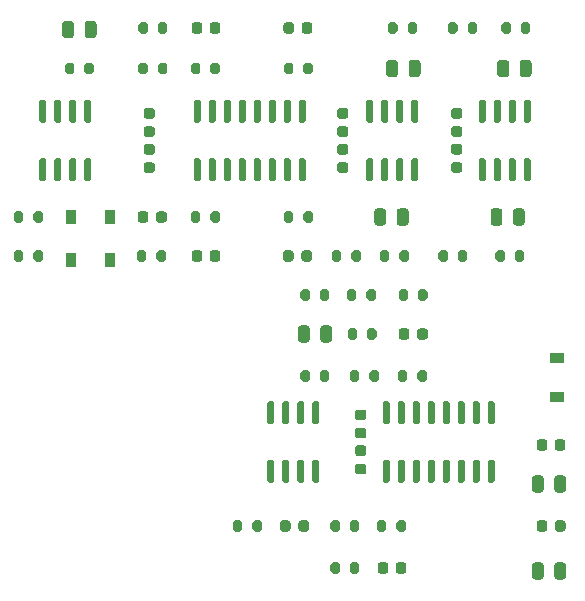
<source format=gtp>
G04 #@! TF.GenerationSoftware,KiCad,Pcbnew,5.1.10-88a1d61d58~90~ubuntu20.04.1*
G04 #@! TF.CreationDate,2021-09-06T13:30:35-04:00*
G04 #@! TF.ProjectId,four_pole_lpf,666f7572-5f70-46f6-9c65-5f6c70662e6b,0.1*
G04 #@! TF.SameCoordinates,Original*
G04 #@! TF.FileFunction,Paste,Top*
G04 #@! TF.FilePolarity,Positive*
%FSLAX46Y46*%
G04 Gerber Fmt 4.6, Leading zero omitted, Abs format (unit mm)*
G04 Created by KiCad (PCBNEW 5.1.10-88a1d61d58~90~ubuntu20.04.1) date 2021-09-06 13:30:35*
%MOMM*%
%LPD*%
G01*
G04 APERTURE LIST*
%ADD10R,1.200000X0.900000*%
%ADD11R,0.900000X1.200000*%
G04 APERTURE END LIST*
G36*
G01*
X122659000Y-105132000D02*
X122959000Y-105132000D01*
G75*
G02*
X123109000Y-105282000I0J-150000D01*
G01*
X123109000Y-106932000D01*
G75*
G02*
X122959000Y-107082000I-150000J0D01*
G01*
X122659000Y-107082000D01*
G75*
G02*
X122509000Y-106932000I0J150000D01*
G01*
X122509000Y-105282000D01*
G75*
G02*
X122659000Y-105132000I150000J0D01*
G01*
G37*
G36*
G01*
X121389000Y-105132000D02*
X121689000Y-105132000D01*
G75*
G02*
X121839000Y-105282000I0J-150000D01*
G01*
X121839000Y-106932000D01*
G75*
G02*
X121689000Y-107082000I-150000J0D01*
G01*
X121389000Y-107082000D01*
G75*
G02*
X121239000Y-106932000I0J150000D01*
G01*
X121239000Y-105282000D01*
G75*
G02*
X121389000Y-105132000I150000J0D01*
G01*
G37*
G36*
G01*
X120119000Y-105132000D02*
X120419000Y-105132000D01*
G75*
G02*
X120569000Y-105282000I0J-150000D01*
G01*
X120569000Y-106932000D01*
G75*
G02*
X120419000Y-107082000I-150000J0D01*
G01*
X120119000Y-107082000D01*
G75*
G02*
X119969000Y-106932000I0J150000D01*
G01*
X119969000Y-105282000D01*
G75*
G02*
X120119000Y-105132000I150000J0D01*
G01*
G37*
G36*
G01*
X118849000Y-105132000D02*
X119149000Y-105132000D01*
G75*
G02*
X119299000Y-105282000I0J-150000D01*
G01*
X119299000Y-106932000D01*
G75*
G02*
X119149000Y-107082000I-150000J0D01*
G01*
X118849000Y-107082000D01*
G75*
G02*
X118699000Y-106932000I0J150000D01*
G01*
X118699000Y-105282000D01*
G75*
G02*
X118849000Y-105132000I150000J0D01*
G01*
G37*
G36*
G01*
X118849000Y-100182000D02*
X119149000Y-100182000D01*
G75*
G02*
X119299000Y-100332000I0J-150000D01*
G01*
X119299000Y-101982000D01*
G75*
G02*
X119149000Y-102132000I-150000J0D01*
G01*
X118849000Y-102132000D01*
G75*
G02*
X118699000Y-101982000I0J150000D01*
G01*
X118699000Y-100332000D01*
G75*
G02*
X118849000Y-100182000I150000J0D01*
G01*
G37*
G36*
G01*
X120119000Y-100182000D02*
X120419000Y-100182000D01*
G75*
G02*
X120569000Y-100332000I0J-150000D01*
G01*
X120569000Y-101982000D01*
G75*
G02*
X120419000Y-102132000I-150000J0D01*
G01*
X120119000Y-102132000D01*
G75*
G02*
X119969000Y-101982000I0J150000D01*
G01*
X119969000Y-100332000D01*
G75*
G02*
X120119000Y-100182000I150000J0D01*
G01*
G37*
G36*
G01*
X121389000Y-100182000D02*
X121689000Y-100182000D01*
G75*
G02*
X121839000Y-100332000I0J-150000D01*
G01*
X121839000Y-101982000D01*
G75*
G02*
X121689000Y-102132000I-150000J0D01*
G01*
X121389000Y-102132000D01*
G75*
G02*
X121239000Y-101982000I0J150000D01*
G01*
X121239000Y-100332000D01*
G75*
G02*
X121389000Y-100182000I150000J0D01*
G01*
G37*
G36*
G01*
X122659000Y-100182000D02*
X122959000Y-100182000D01*
G75*
G02*
X123109000Y-100332000I0J-150000D01*
G01*
X123109000Y-101982000D01*
G75*
G02*
X122959000Y-102132000I-150000J0D01*
G01*
X122659000Y-102132000D01*
G75*
G02*
X122509000Y-101982000I0J150000D01*
G01*
X122509000Y-100332000D01*
G75*
G02*
X122659000Y-100182000I150000J0D01*
G01*
G37*
G36*
G01*
X137518000Y-105132000D02*
X137818000Y-105132000D01*
G75*
G02*
X137968000Y-105282000I0J-150000D01*
G01*
X137968000Y-106932000D01*
G75*
G02*
X137818000Y-107082000I-150000J0D01*
G01*
X137518000Y-107082000D01*
G75*
G02*
X137368000Y-106932000I0J150000D01*
G01*
X137368000Y-105282000D01*
G75*
G02*
X137518000Y-105132000I150000J0D01*
G01*
G37*
G36*
G01*
X136248000Y-105132000D02*
X136548000Y-105132000D01*
G75*
G02*
X136698000Y-105282000I0J-150000D01*
G01*
X136698000Y-106932000D01*
G75*
G02*
X136548000Y-107082000I-150000J0D01*
G01*
X136248000Y-107082000D01*
G75*
G02*
X136098000Y-106932000I0J150000D01*
G01*
X136098000Y-105282000D01*
G75*
G02*
X136248000Y-105132000I150000J0D01*
G01*
G37*
G36*
G01*
X134978000Y-105132000D02*
X135278000Y-105132000D01*
G75*
G02*
X135428000Y-105282000I0J-150000D01*
G01*
X135428000Y-106932000D01*
G75*
G02*
X135278000Y-107082000I-150000J0D01*
G01*
X134978000Y-107082000D01*
G75*
G02*
X134828000Y-106932000I0J150000D01*
G01*
X134828000Y-105282000D01*
G75*
G02*
X134978000Y-105132000I150000J0D01*
G01*
G37*
G36*
G01*
X133708000Y-105132000D02*
X134008000Y-105132000D01*
G75*
G02*
X134158000Y-105282000I0J-150000D01*
G01*
X134158000Y-106932000D01*
G75*
G02*
X134008000Y-107082000I-150000J0D01*
G01*
X133708000Y-107082000D01*
G75*
G02*
X133558000Y-106932000I0J150000D01*
G01*
X133558000Y-105282000D01*
G75*
G02*
X133708000Y-105132000I150000J0D01*
G01*
G37*
G36*
G01*
X132438000Y-105132000D02*
X132738000Y-105132000D01*
G75*
G02*
X132888000Y-105282000I0J-150000D01*
G01*
X132888000Y-106932000D01*
G75*
G02*
X132738000Y-107082000I-150000J0D01*
G01*
X132438000Y-107082000D01*
G75*
G02*
X132288000Y-106932000I0J150000D01*
G01*
X132288000Y-105282000D01*
G75*
G02*
X132438000Y-105132000I150000J0D01*
G01*
G37*
G36*
G01*
X131168000Y-105132000D02*
X131468000Y-105132000D01*
G75*
G02*
X131618000Y-105282000I0J-150000D01*
G01*
X131618000Y-106932000D01*
G75*
G02*
X131468000Y-107082000I-150000J0D01*
G01*
X131168000Y-107082000D01*
G75*
G02*
X131018000Y-106932000I0J150000D01*
G01*
X131018000Y-105282000D01*
G75*
G02*
X131168000Y-105132000I150000J0D01*
G01*
G37*
G36*
G01*
X129898000Y-105132000D02*
X130198000Y-105132000D01*
G75*
G02*
X130348000Y-105282000I0J-150000D01*
G01*
X130348000Y-106932000D01*
G75*
G02*
X130198000Y-107082000I-150000J0D01*
G01*
X129898000Y-107082000D01*
G75*
G02*
X129748000Y-106932000I0J150000D01*
G01*
X129748000Y-105282000D01*
G75*
G02*
X129898000Y-105132000I150000J0D01*
G01*
G37*
G36*
G01*
X128628000Y-105132000D02*
X128928000Y-105132000D01*
G75*
G02*
X129078000Y-105282000I0J-150000D01*
G01*
X129078000Y-106932000D01*
G75*
G02*
X128928000Y-107082000I-150000J0D01*
G01*
X128628000Y-107082000D01*
G75*
G02*
X128478000Y-106932000I0J150000D01*
G01*
X128478000Y-105282000D01*
G75*
G02*
X128628000Y-105132000I150000J0D01*
G01*
G37*
G36*
G01*
X128628000Y-100182000D02*
X128928000Y-100182000D01*
G75*
G02*
X129078000Y-100332000I0J-150000D01*
G01*
X129078000Y-101982000D01*
G75*
G02*
X128928000Y-102132000I-150000J0D01*
G01*
X128628000Y-102132000D01*
G75*
G02*
X128478000Y-101982000I0J150000D01*
G01*
X128478000Y-100332000D01*
G75*
G02*
X128628000Y-100182000I150000J0D01*
G01*
G37*
G36*
G01*
X129898000Y-100182000D02*
X130198000Y-100182000D01*
G75*
G02*
X130348000Y-100332000I0J-150000D01*
G01*
X130348000Y-101982000D01*
G75*
G02*
X130198000Y-102132000I-150000J0D01*
G01*
X129898000Y-102132000D01*
G75*
G02*
X129748000Y-101982000I0J150000D01*
G01*
X129748000Y-100332000D01*
G75*
G02*
X129898000Y-100182000I150000J0D01*
G01*
G37*
G36*
G01*
X131168000Y-100182000D02*
X131468000Y-100182000D01*
G75*
G02*
X131618000Y-100332000I0J-150000D01*
G01*
X131618000Y-101982000D01*
G75*
G02*
X131468000Y-102132000I-150000J0D01*
G01*
X131168000Y-102132000D01*
G75*
G02*
X131018000Y-101982000I0J150000D01*
G01*
X131018000Y-100332000D01*
G75*
G02*
X131168000Y-100182000I150000J0D01*
G01*
G37*
G36*
G01*
X132438000Y-100182000D02*
X132738000Y-100182000D01*
G75*
G02*
X132888000Y-100332000I0J-150000D01*
G01*
X132888000Y-101982000D01*
G75*
G02*
X132738000Y-102132000I-150000J0D01*
G01*
X132438000Y-102132000D01*
G75*
G02*
X132288000Y-101982000I0J150000D01*
G01*
X132288000Y-100332000D01*
G75*
G02*
X132438000Y-100182000I150000J0D01*
G01*
G37*
G36*
G01*
X133708000Y-100182000D02*
X134008000Y-100182000D01*
G75*
G02*
X134158000Y-100332000I0J-150000D01*
G01*
X134158000Y-101982000D01*
G75*
G02*
X134008000Y-102132000I-150000J0D01*
G01*
X133708000Y-102132000D01*
G75*
G02*
X133558000Y-101982000I0J150000D01*
G01*
X133558000Y-100332000D01*
G75*
G02*
X133708000Y-100182000I150000J0D01*
G01*
G37*
G36*
G01*
X134978000Y-100182000D02*
X135278000Y-100182000D01*
G75*
G02*
X135428000Y-100332000I0J-150000D01*
G01*
X135428000Y-101982000D01*
G75*
G02*
X135278000Y-102132000I-150000J0D01*
G01*
X134978000Y-102132000D01*
G75*
G02*
X134828000Y-101982000I0J150000D01*
G01*
X134828000Y-100332000D01*
G75*
G02*
X134978000Y-100182000I150000J0D01*
G01*
G37*
G36*
G01*
X136248000Y-100182000D02*
X136548000Y-100182000D01*
G75*
G02*
X136698000Y-100332000I0J-150000D01*
G01*
X136698000Y-101982000D01*
G75*
G02*
X136548000Y-102132000I-150000J0D01*
G01*
X136248000Y-102132000D01*
G75*
G02*
X136098000Y-101982000I0J150000D01*
G01*
X136098000Y-100332000D01*
G75*
G02*
X136248000Y-100182000I150000J0D01*
G01*
G37*
G36*
G01*
X137518000Y-100182000D02*
X137818000Y-100182000D01*
G75*
G02*
X137968000Y-100332000I0J-150000D01*
G01*
X137968000Y-101982000D01*
G75*
G02*
X137818000Y-102132000I-150000J0D01*
G01*
X137518000Y-102132000D01*
G75*
G02*
X137368000Y-101982000I0J150000D01*
G01*
X137368000Y-100332000D01*
G75*
G02*
X137518000Y-100182000I150000J0D01*
G01*
G37*
G36*
G01*
X103355000Y-79605000D02*
X103655000Y-79605000D01*
G75*
G02*
X103805000Y-79755000I0J-150000D01*
G01*
X103805000Y-81405000D01*
G75*
G02*
X103655000Y-81555000I-150000J0D01*
G01*
X103355000Y-81555000D01*
G75*
G02*
X103205000Y-81405000I0J150000D01*
G01*
X103205000Y-79755000D01*
G75*
G02*
X103355000Y-79605000I150000J0D01*
G01*
G37*
G36*
G01*
X102085000Y-79605000D02*
X102385000Y-79605000D01*
G75*
G02*
X102535000Y-79755000I0J-150000D01*
G01*
X102535000Y-81405000D01*
G75*
G02*
X102385000Y-81555000I-150000J0D01*
G01*
X102085000Y-81555000D01*
G75*
G02*
X101935000Y-81405000I0J150000D01*
G01*
X101935000Y-79755000D01*
G75*
G02*
X102085000Y-79605000I150000J0D01*
G01*
G37*
G36*
G01*
X100815000Y-79605000D02*
X101115000Y-79605000D01*
G75*
G02*
X101265000Y-79755000I0J-150000D01*
G01*
X101265000Y-81405000D01*
G75*
G02*
X101115000Y-81555000I-150000J0D01*
G01*
X100815000Y-81555000D01*
G75*
G02*
X100665000Y-81405000I0J150000D01*
G01*
X100665000Y-79755000D01*
G75*
G02*
X100815000Y-79605000I150000J0D01*
G01*
G37*
G36*
G01*
X99545000Y-79605000D02*
X99845000Y-79605000D01*
G75*
G02*
X99995000Y-79755000I0J-150000D01*
G01*
X99995000Y-81405000D01*
G75*
G02*
X99845000Y-81555000I-150000J0D01*
G01*
X99545000Y-81555000D01*
G75*
G02*
X99395000Y-81405000I0J150000D01*
G01*
X99395000Y-79755000D01*
G75*
G02*
X99545000Y-79605000I150000J0D01*
G01*
G37*
G36*
G01*
X99545000Y-74655000D02*
X99845000Y-74655000D01*
G75*
G02*
X99995000Y-74805000I0J-150000D01*
G01*
X99995000Y-76455000D01*
G75*
G02*
X99845000Y-76605000I-150000J0D01*
G01*
X99545000Y-76605000D01*
G75*
G02*
X99395000Y-76455000I0J150000D01*
G01*
X99395000Y-74805000D01*
G75*
G02*
X99545000Y-74655000I150000J0D01*
G01*
G37*
G36*
G01*
X100815000Y-74655000D02*
X101115000Y-74655000D01*
G75*
G02*
X101265000Y-74805000I0J-150000D01*
G01*
X101265000Y-76455000D01*
G75*
G02*
X101115000Y-76605000I-150000J0D01*
G01*
X100815000Y-76605000D01*
G75*
G02*
X100665000Y-76455000I0J150000D01*
G01*
X100665000Y-74805000D01*
G75*
G02*
X100815000Y-74655000I150000J0D01*
G01*
G37*
G36*
G01*
X102085000Y-74655000D02*
X102385000Y-74655000D01*
G75*
G02*
X102535000Y-74805000I0J-150000D01*
G01*
X102535000Y-76455000D01*
G75*
G02*
X102385000Y-76605000I-150000J0D01*
G01*
X102085000Y-76605000D01*
G75*
G02*
X101935000Y-76455000I0J150000D01*
G01*
X101935000Y-74805000D01*
G75*
G02*
X102085000Y-74655000I150000J0D01*
G01*
G37*
G36*
G01*
X103355000Y-74655000D02*
X103655000Y-74655000D01*
G75*
G02*
X103805000Y-74805000I0J-150000D01*
G01*
X103805000Y-76455000D01*
G75*
G02*
X103655000Y-76605000I-150000J0D01*
G01*
X103355000Y-76605000D01*
G75*
G02*
X103205000Y-76455000I0J150000D01*
G01*
X103205000Y-74805000D01*
G75*
G02*
X103355000Y-74655000I150000J0D01*
G01*
G37*
G36*
G01*
X127108000Y-91461000D02*
X127108000Y-90911000D01*
G75*
G02*
X127308000Y-90711000I200000J0D01*
G01*
X127708000Y-90711000D01*
G75*
G02*
X127908000Y-90911000I0J-200000D01*
G01*
X127908000Y-91461000D01*
G75*
G02*
X127708000Y-91661000I-200000J0D01*
G01*
X127308000Y-91661000D01*
G75*
G02*
X127108000Y-91461000I0J200000D01*
G01*
G37*
G36*
G01*
X125458000Y-91461000D02*
X125458000Y-90911000D01*
G75*
G02*
X125658000Y-90711000I200000J0D01*
G01*
X126058000Y-90711000D01*
G75*
G02*
X126258000Y-90911000I0J-200000D01*
G01*
X126258000Y-91461000D01*
G75*
G02*
X126058000Y-91661000I-200000J0D01*
G01*
X125658000Y-91661000D01*
G75*
G02*
X125458000Y-91461000I0J200000D01*
G01*
G37*
G36*
G01*
X140566000Y-79605000D02*
X140866000Y-79605000D01*
G75*
G02*
X141016000Y-79755000I0J-150000D01*
G01*
X141016000Y-81405000D01*
G75*
G02*
X140866000Y-81555000I-150000J0D01*
G01*
X140566000Y-81555000D01*
G75*
G02*
X140416000Y-81405000I0J150000D01*
G01*
X140416000Y-79755000D01*
G75*
G02*
X140566000Y-79605000I150000J0D01*
G01*
G37*
G36*
G01*
X139296000Y-79605000D02*
X139596000Y-79605000D01*
G75*
G02*
X139746000Y-79755000I0J-150000D01*
G01*
X139746000Y-81405000D01*
G75*
G02*
X139596000Y-81555000I-150000J0D01*
G01*
X139296000Y-81555000D01*
G75*
G02*
X139146000Y-81405000I0J150000D01*
G01*
X139146000Y-79755000D01*
G75*
G02*
X139296000Y-79605000I150000J0D01*
G01*
G37*
G36*
G01*
X138026000Y-79605000D02*
X138326000Y-79605000D01*
G75*
G02*
X138476000Y-79755000I0J-150000D01*
G01*
X138476000Y-81405000D01*
G75*
G02*
X138326000Y-81555000I-150000J0D01*
G01*
X138026000Y-81555000D01*
G75*
G02*
X137876000Y-81405000I0J150000D01*
G01*
X137876000Y-79755000D01*
G75*
G02*
X138026000Y-79605000I150000J0D01*
G01*
G37*
G36*
G01*
X136756000Y-79605000D02*
X137056000Y-79605000D01*
G75*
G02*
X137206000Y-79755000I0J-150000D01*
G01*
X137206000Y-81405000D01*
G75*
G02*
X137056000Y-81555000I-150000J0D01*
G01*
X136756000Y-81555000D01*
G75*
G02*
X136606000Y-81405000I0J150000D01*
G01*
X136606000Y-79755000D01*
G75*
G02*
X136756000Y-79605000I150000J0D01*
G01*
G37*
G36*
G01*
X136756000Y-74655000D02*
X137056000Y-74655000D01*
G75*
G02*
X137206000Y-74805000I0J-150000D01*
G01*
X137206000Y-76455000D01*
G75*
G02*
X137056000Y-76605000I-150000J0D01*
G01*
X136756000Y-76605000D01*
G75*
G02*
X136606000Y-76455000I0J150000D01*
G01*
X136606000Y-74805000D01*
G75*
G02*
X136756000Y-74655000I150000J0D01*
G01*
G37*
G36*
G01*
X138026000Y-74655000D02*
X138326000Y-74655000D01*
G75*
G02*
X138476000Y-74805000I0J-150000D01*
G01*
X138476000Y-76455000D01*
G75*
G02*
X138326000Y-76605000I-150000J0D01*
G01*
X138026000Y-76605000D01*
G75*
G02*
X137876000Y-76455000I0J150000D01*
G01*
X137876000Y-74805000D01*
G75*
G02*
X138026000Y-74655000I150000J0D01*
G01*
G37*
G36*
G01*
X139296000Y-74655000D02*
X139596000Y-74655000D01*
G75*
G02*
X139746000Y-74805000I0J-150000D01*
G01*
X139746000Y-76455000D01*
G75*
G02*
X139596000Y-76605000I-150000J0D01*
G01*
X139296000Y-76605000D01*
G75*
G02*
X139146000Y-76455000I0J150000D01*
G01*
X139146000Y-74805000D01*
G75*
G02*
X139296000Y-74655000I150000J0D01*
G01*
G37*
G36*
G01*
X140566000Y-74655000D02*
X140866000Y-74655000D01*
G75*
G02*
X141016000Y-74805000I0J-150000D01*
G01*
X141016000Y-76455000D01*
G75*
G02*
X140866000Y-76605000I-150000J0D01*
G01*
X140566000Y-76605000D01*
G75*
G02*
X140416000Y-76455000I0J150000D01*
G01*
X140416000Y-74805000D01*
G75*
G02*
X140566000Y-74655000I150000J0D01*
G01*
G37*
G36*
G01*
X131041000Y-79605000D02*
X131341000Y-79605000D01*
G75*
G02*
X131491000Y-79755000I0J-150000D01*
G01*
X131491000Y-81405000D01*
G75*
G02*
X131341000Y-81555000I-150000J0D01*
G01*
X131041000Y-81555000D01*
G75*
G02*
X130891000Y-81405000I0J150000D01*
G01*
X130891000Y-79755000D01*
G75*
G02*
X131041000Y-79605000I150000J0D01*
G01*
G37*
G36*
G01*
X129771000Y-79605000D02*
X130071000Y-79605000D01*
G75*
G02*
X130221000Y-79755000I0J-150000D01*
G01*
X130221000Y-81405000D01*
G75*
G02*
X130071000Y-81555000I-150000J0D01*
G01*
X129771000Y-81555000D01*
G75*
G02*
X129621000Y-81405000I0J150000D01*
G01*
X129621000Y-79755000D01*
G75*
G02*
X129771000Y-79605000I150000J0D01*
G01*
G37*
G36*
G01*
X128501000Y-79605000D02*
X128801000Y-79605000D01*
G75*
G02*
X128951000Y-79755000I0J-150000D01*
G01*
X128951000Y-81405000D01*
G75*
G02*
X128801000Y-81555000I-150000J0D01*
G01*
X128501000Y-81555000D01*
G75*
G02*
X128351000Y-81405000I0J150000D01*
G01*
X128351000Y-79755000D01*
G75*
G02*
X128501000Y-79605000I150000J0D01*
G01*
G37*
G36*
G01*
X127231000Y-79605000D02*
X127531000Y-79605000D01*
G75*
G02*
X127681000Y-79755000I0J-150000D01*
G01*
X127681000Y-81405000D01*
G75*
G02*
X127531000Y-81555000I-150000J0D01*
G01*
X127231000Y-81555000D01*
G75*
G02*
X127081000Y-81405000I0J150000D01*
G01*
X127081000Y-79755000D01*
G75*
G02*
X127231000Y-79605000I150000J0D01*
G01*
G37*
G36*
G01*
X127231000Y-74655000D02*
X127531000Y-74655000D01*
G75*
G02*
X127681000Y-74805000I0J-150000D01*
G01*
X127681000Y-76455000D01*
G75*
G02*
X127531000Y-76605000I-150000J0D01*
G01*
X127231000Y-76605000D01*
G75*
G02*
X127081000Y-76455000I0J150000D01*
G01*
X127081000Y-74805000D01*
G75*
G02*
X127231000Y-74655000I150000J0D01*
G01*
G37*
G36*
G01*
X128501000Y-74655000D02*
X128801000Y-74655000D01*
G75*
G02*
X128951000Y-74805000I0J-150000D01*
G01*
X128951000Y-76455000D01*
G75*
G02*
X128801000Y-76605000I-150000J0D01*
G01*
X128501000Y-76605000D01*
G75*
G02*
X128351000Y-76455000I0J150000D01*
G01*
X128351000Y-74805000D01*
G75*
G02*
X128501000Y-74655000I150000J0D01*
G01*
G37*
G36*
G01*
X129771000Y-74655000D02*
X130071000Y-74655000D01*
G75*
G02*
X130221000Y-74805000I0J-150000D01*
G01*
X130221000Y-76455000D01*
G75*
G02*
X130071000Y-76605000I-150000J0D01*
G01*
X129771000Y-76605000D01*
G75*
G02*
X129621000Y-76455000I0J150000D01*
G01*
X129621000Y-74805000D01*
G75*
G02*
X129771000Y-74655000I150000J0D01*
G01*
G37*
G36*
G01*
X131041000Y-74655000D02*
X131341000Y-74655000D01*
G75*
G02*
X131491000Y-74805000I0J-150000D01*
G01*
X131491000Y-76455000D01*
G75*
G02*
X131341000Y-76605000I-150000J0D01*
G01*
X131041000Y-76605000D01*
G75*
G02*
X130891000Y-76455000I0J150000D01*
G01*
X130891000Y-74805000D01*
G75*
G02*
X131041000Y-74655000I150000J0D01*
G01*
G37*
G36*
G01*
X121516000Y-79605000D02*
X121816000Y-79605000D01*
G75*
G02*
X121966000Y-79755000I0J-150000D01*
G01*
X121966000Y-81405000D01*
G75*
G02*
X121816000Y-81555000I-150000J0D01*
G01*
X121516000Y-81555000D01*
G75*
G02*
X121366000Y-81405000I0J150000D01*
G01*
X121366000Y-79755000D01*
G75*
G02*
X121516000Y-79605000I150000J0D01*
G01*
G37*
G36*
G01*
X120246000Y-79605000D02*
X120546000Y-79605000D01*
G75*
G02*
X120696000Y-79755000I0J-150000D01*
G01*
X120696000Y-81405000D01*
G75*
G02*
X120546000Y-81555000I-150000J0D01*
G01*
X120246000Y-81555000D01*
G75*
G02*
X120096000Y-81405000I0J150000D01*
G01*
X120096000Y-79755000D01*
G75*
G02*
X120246000Y-79605000I150000J0D01*
G01*
G37*
G36*
G01*
X118976000Y-79605000D02*
X119276000Y-79605000D01*
G75*
G02*
X119426000Y-79755000I0J-150000D01*
G01*
X119426000Y-81405000D01*
G75*
G02*
X119276000Y-81555000I-150000J0D01*
G01*
X118976000Y-81555000D01*
G75*
G02*
X118826000Y-81405000I0J150000D01*
G01*
X118826000Y-79755000D01*
G75*
G02*
X118976000Y-79605000I150000J0D01*
G01*
G37*
G36*
G01*
X117706000Y-79605000D02*
X118006000Y-79605000D01*
G75*
G02*
X118156000Y-79755000I0J-150000D01*
G01*
X118156000Y-81405000D01*
G75*
G02*
X118006000Y-81555000I-150000J0D01*
G01*
X117706000Y-81555000D01*
G75*
G02*
X117556000Y-81405000I0J150000D01*
G01*
X117556000Y-79755000D01*
G75*
G02*
X117706000Y-79605000I150000J0D01*
G01*
G37*
G36*
G01*
X116436000Y-79605000D02*
X116736000Y-79605000D01*
G75*
G02*
X116886000Y-79755000I0J-150000D01*
G01*
X116886000Y-81405000D01*
G75*
G02*
X116736000Y-81555000I-150000J0D01*
G01*
X116436000Y-81555000D01*
G75*
G02*
X116286000Y-81405000I0J150000D01*
G01*
X116286000Y-79755000D01*
G75*
G02*
X116436000Y-79605000I150000J0D01*
G01*
G37*
G36*
G01*
X115166000Y-79605000D02*
X115466000Y-79605000D01*
G75*
G02*
X115616000Y-79755000I0J-150000D01*
G01*
X115616000Y-81405000D01*
G75*
G02*
X115466000Y-81555000I-150000J0D01*
G01*
X115166000Y-81555000D01*
G75*
G02*
X115016000Y-81405000I0J150000D01*
G01*
X115016000Y-79755000D01*
G75*
G02*
X115166000Y-79605000I150000J0D01*
G01*
G37*
G36*
G01*
X113896000Y-79605000D02*
X114196000Y-79605000D01*
G75*
G02*
X114346000Y-79755000I0J-150000D01*
G01*
X114346000Y-81405000D01*
G75*
G02*
X114196000Y-81555000I-150000J0D01*
G01*
X113896000Y-81555000D01*
G75*
G02*
X113746000Y-81405000I0J150000D01*
G01*
X113746000Y-79755000D01*
G75*
G02*
X113896000Y-79605000I150000J0D01*
G01*
G37*
G36*
G01*
X112626000Y-79605000D02*
X112926000Y-79605000D01*
G75*
G02*
X113076000Y-79755000I0J-150000D01*
G01*
X113076000Y-81405000D01*
G75*
G02*
X112926000Y-81555000I-150000J0D01*
G01*
X112626000Y-81555000D01*
G75*
G02*
X112476000Y-81405000I0J150000D01*
G01*
X112476000Y-79755000D01*
G75*
G02*
X112626000Y-79605000I150000J0D01*
G01*
G37*
G36*
G01*
X112626000Y-74655000D02*
X112926000Y-74655000D01*
G75*
G02*
X113076000Y-74805000I0J-150000D01*
G01*
X113076000Y-76455000D01*
G75*
G02*
X112926000Y-76605000I-150000J0D01*
G01*
X112626000Y-76605000D01*
G75*
G02*
X112476000Y-76455000I0J150000D01*
G01*
X112476000Y-74805000D01*
G75*
G02*
X112626000Y-74655000I150000J0D01*
G01*
G37*
G36*
G01*
X113896000Y-74655000D02*
X114196000Y-74655000D01*
G75*
G02*
X114346000Y-74805000I0J-150000D01*
G01*
X114346000Y-76455000D01*
G75*
G02*
X114196000Y-76605000I-150000J0D01*
G01*
X113896000Y-76605000D01*
G75*
G02*
X113746000Y-76455000I0J150000D01*
G01*
X113746000Y-74805000D01*
G75*
G02*
X113896000Y-74655000I150000J0D01*
G01*
G37*
G36*
G01*
X115166000Y-74655000D02*
X115466000Y-74655000D01*
G75*
G02*
X115616000Y-74805000I0J-150000D01*
G01*
X115616000Y-76455000D01*
G75*
G02*
X115466000Y-76605000I-150000J0D01*
G01*
X115166000Y-76605000D01*
G75*
G02*
X115016000Y-76455000I0J150000D01*
G01*
X115016000Y-74805000D01*
G75*
G02*
X115166000Y-74655000I150000J0D01*
G01*
G37*
G36*
G01*
X116436000Y-74655000D02*
X116736000Y-74655000D01*
G75*
G02*
X116886000Y-74805000I0J-150000D01*
G01*
X116886000Y-76455000D01*
G75*
G02*
X116736000Y-76605000I-150000J0D01*
G01*
X116436000Y-76605000D01*
G75*
G02*
X116286000Y-76455000I0J150000D01*
G01*
X116286000Y-74805000D01*
G75*
G02*
X116436000Y-74655000I150000J0D01*
G01*
G37*
G36*
G01*
X117706000Y-74655000D02*
X118006000Y-74655000D01*
G75*
G02*
X118156000Y-74805000I0J-150000D01*
G01*
X118156000Y-76455000D01*
G75*
G02*
X118006000Y-76605000I-150000J0D01*
G01*
X117706000Y-76605000D01*
G75*
G02*
X117556000Y-76455000I0J150000D01*
G01*
X117556000Y-74805000D01*
G75*
G02*
X117706000Y-74655000I150000J0D01*
G01*
G37*
G36*
G01*
X118976000Y-74655000D02*
X119276000Y-74655000D01*
G75*
G02*
X119426000Y-74805000I0J-150000D01*
G01*
X119426000Y-76455000D01*
G75*
G02*
X119276000Y-76605000I-150000J0D01*
G01*
X118976000Y-76605000D01*
G75*
G02*
X118826000Y-76455000I0J150000D01*
G01*
X118826000Y-74805000D01*
G75*
G02*
X118976000Y-74655000I150000J0D01*
G01*
G37*
G36*
G01*
X120246000Y-74655000D02*
X120546000Y-74655000D01*
G75*
G02*
X120696000Y-74805000I0J-150000D01*
G01*
X120696000Y-76455000D01*
G75*
G02*
X120546000Y-76605000I-150000J0D01*
G01*
X120246000Y-76605000D01*
G75*
G02*
X120096000Y-76455000I0J150000D01*
G01*
X120096000Y-74805000D01*
G75*
G02*
X120246000Y-74655000I150000J0D01*
G01*
G37*
G36*
G01*
X121516000Y-74655000D02*
X121816000Y-74655000D01*
G75*
G02*
X121966000Y-74805000I0J-150000D01*
G01*
X121966000Y-76455000D01*
G75*
G02*
X121816000Y-76605000I-150000J0D01*
G01*
X121516000Y-76605000D01*
G75*
G02*
X121366000Y-76455000I0J150000D01*
G01*
X121366000Y-74805000D01*
G75*
G02*
X121516000Y-74655000I150000J0D01*
G01*
G37*
G36*
G01*
X126321000Y-94213000D02*
X126321000Y-94763000D01*
G75*
G02*
X126121000Y-94963000I-200000J0D01*
G01*
X125721000Y-94963000D01*
G75*
G02*
X125521000Y-94763000I0J200000D01*
G01*
X125521000Y-94213000D01*
G75*
G02*
X125721000Y-94013000I200000J0D01*
G01*
X126121000Y-94013000D01*
G75*
G02*
X126321000Y-94213000I0J-200000D01*
G01*
G37*
G36*
G01*
X127971000Y-94213000D02*
X127971000Y-94763000D01*
G75*
G02*
X127771000Y-94963000I-200000J0D01*
G01*
X127371000Y-94963000D01*
G75*
G02*
X127171000Y-94763000I0J200000D01*
G01*
X127171000Y-94213000D01*
G75*
G02*
X127371000Y-94013000I200000J0D01*
G01*
X127771000Y-94013000D01*
G75*
G02*
X127971000Y-94213000I0J-200000D01*
G01*
G37*
G36*
G01*
X131489000Y-91461000D02*
X131489000Y-90911000D01*
G75*
G02*
X131689000Y-90711000I200000J0D01*
G01*
X132089000Y-90711000D01*
G75*
G02*
X132289000Y-90911000I0J-200000D01*
G01*
X132289000Y-91461000D01*
G75*
G02*
X132089000Y-91661000I-200000J0D01*
G01*
X131689000Y-91661000D01*
G75*
G02*
X131489000Y-91461000I0J200000D01*
G01*
G37*
G36*
G01*
X129839000Y-91461000D02*
X129839000Y-90911000D01*
G75*
G02*
X130039000Y-90711000I200000J0D01*
G01*
X130439000Y-90711000D01*
G75*
G02*
X130639000Y-90911000I0J-200000D01*
G01*
X130639000Y-91461000D01*
G75*
G02*
X130439000Y-91661000I-200000J0D01*
G01*
X130039000Y-91661000D01*
G75*
G02*
X129839000Y-91461000I0J200000D01*
G01*
G37*
G36*
G01*
X123170000Y-91461000D02*
X123170000Y-90911000D01*
G75*
G02*
X123370000Y-90711000I200000J0D01*
G01*
X123770000Y-90711000D01*
G75*
G02*
X123970000Y-90911000I0J-200000D01*
G01*
X123970000Y-91461000D01*
G75*
G02*
X123770000Y-91661000I-200000J0D01*
G01*
X123370000Y-91661000D01*
G75*
G02*
X123170000Y-91461000I0J200000D01*
G01*
G37*
G36*
G01*
X121520000Y-91461000D02*
X121520000Y-90911000D01*
G75*
G02*
X121720000Y-90711000I200000J0D01*
G01*
X122120000Y-90711000D01*
G75*
G02*
X122320000Y-90911000I0J-200000D01*
G01*
X122320000Y-91461000D01*
G75*
G02*
X122120000Y-91661000I-200000J0D01*
G01*
X121720000Y-91661000D01*
G75*
G02*
X121520000Y-91461000I0J200000D01*
G01*
G37*
G36*
G01*
X122320000Y-97769000D02*
X122320000Y-98319000D01*
G75*
G02*
X122120000Y-98519000I-200000J0D01*
G01*
X121720000Y-98519000D01*
G75*
G02*
X121520000Y-98319000I0J200000D01*
G01*
X121520000Y-97769000D01*
G75*
G02*
X121720000Y-97569000I200000J0D01*
G01*
X122120000Y-97569000D01*
G75*
G02*
X122320000Y-97769000I0J-200000D01*
G01*
G37*
G36*
G01*
X123970000Y-97769000D02*
X123970000Y-98319000D01*
G75*
G02*
X123770000Y-98519000I-200000J0D01*
G01*
X123370000Y-98519000D01*
G75*
G02*
X123170000Y-98319000I0J200000D01*
G01*
X123170000Y-97769000D01*
G75*
G02*
X123370000Y-97569000I200000J0D01*
G01*
X123770000Y-97569000D01*
G75*
G02*
X123970000Y-97769000I0J-200000D01*
G01*
G37*
G36*
G01*
X117456000Y-111019000D02*
X117456000Y-110469000D01*
G75*
G02*
X117656000Y-110269000I200000J0D01*
G01*
X118056000Y-110269000D01*
G75*
G02*
X118256000Y-110469000I0J-200000D01*
G01*
X118256000Y-111019000D01*
G75*
G02*
X118056000Y-111219000I-200000J0D01*
G01*
X117656000Y-111219000D01*
G75*
G02*
X117456000Y-111019000I0J200000D01*
G01*
G37*
G36*
G01*
X115806000Y-111019000D02*
X115806000Y-110469000D01*
G75*
G02*
X116006000Y-110269000I200000J0D01*
G01*
X116406000Y-110269000D01*
G75*
G02*
X116606000Y-110469000I0J-200000D01*
G01*
X116606000Y-111019000D01*
G75*
G02*
X116406000Y-111219000I-200000J0D01*
G01*
X116006000Y-111219000D01*
G75*
G02*
X115806000Y-111019000I0J200000D01*
G01*
G37*
G36*
G01*
X127362000Y-98319000D02*
X127362000Y-97769000D01*
G75*
G02*
X127562000Y-97569000I200000J0D01*
G01*
X127962000Y-97569000D01*
G75*
G02*
X128162000Y-97769000I0J-200000D01*
G01*
X128162000Y-98319000D01*
G75*
G02*
X127962000Y-98519000I-200000J0D01*
G01*
X127562000Y-98519000D01*
G75*
G02*
X127362000Y-98319000I0J200000D01*
G01*
G37*
G36*
G01*
X125712000Y-98319000D02*
X125712000Y-97769000D01*
G75*
G02*
X125912000Y-97569000I200000J0D01*
G01*
X126312000Y-97569000D01*
G75*
G02*
X126512000Y-97769000I0J-200000D01*
G01*
X126512000Y-98319000D01*
G75*
G02*
X126312000Y-98519000I-200000J0D01*
G01*
X125912000Y-98519000D01*
G75*
G02*
X125712000Y-98319000I0J200000D01*
G01*
G37*
G36*
G01*
X130576000Y-97769000D02*
X130576000Y-98319000D01*
G75*
G02*
X130376000Y-98519000I-200000J0D01*
G01*
X129976000Y-98519000D01*
G75*
G02*
X129776000Y-98319000I0J200000D01*
G01*
X129776000Y-97769000D01*
G75*
G02*
X129976000Y-97569000I200000J0D01*
G01*
X130376000Y-97569000D01*
G75*
G02*
X130576000Y-97769000I0J-200000D01*
G01*
G37*
G36*
G01*
X132226000Y-97769000D02*
X132226000Y-98319000D01*
G75*
G02*
X132026000Y-98519000I-200000J0D01*
G01*
X131626000Y-98519000D01*
G75*
G02*
X131426000Y-98319000I0J200000D01*
G01*
X131426000Y-97769000D01*
G75*
G02*
X131626000Y-97569000I200000J0D01*
G01*
X132026000Y-97569000D01*
G75*
G02*
X132226000Y-97769000I0J-200000D01*
G01*
G37*
G36*
G01*
X125710000Y-114575000D02*
X125710000Y-114025000D01*
G75*
G02*
X125910000Y-113825000I200000J0D01*
G01*
X126310000Y-113825000D01*
G75*
G02*
X126510000Y-114025000I0J-200000D01*
G01*
X126510000Y-114575000D01*
G75*
G02*
X126310000Y-114775000I-200000J0D01*
G01*
X125910000Y-114775000D01*
G75*
G02*
X125710000Y-114575000I0J200000D01*
G01*
G37*
G36*
G01*
X124060000Y-114575000D02*
X124060000Y-114025000D01*
G75*
G02*
X124260000Y-113825000I200000J0D01*
G01*
X124660000Y-113825000D01*
G75*
G02*
X124860000Y-114025000I0J-200000D01*
G01*
X124860000Y-114575000D01*
G75*
G02*
X124660000Y-114775000I-200000J0D01*
G01*
X124260000Y-114775000D01*
G75*
G02*
X124060000Y-114575000I0J200000D01*
G01*
G37*
G36*
G01*
X129648000Y-111019000D02*
X129648000Y-110469000D01*
G75*
G02*
X129848000Y-110269000I200000J0D01*
G01*
X130248000Y-110269000D01*
G75*
G02*
X130448000Y-110469000I0J-200000D01*
G01*
X130448000Y-111019000D01*
G75*
G02*
X130248000Y-111219000I-200000J0D01*
G01*
X129848000Y-111219000D01*
G75*
G02*
X129648000Y-111019000I0J200000D01*
G01*
G37*
G36*
G01*
X127998000Y-111019000D02*
X127998000Y-110469000D01*
G75*
G02*
X128198000Y-110269000I200000J0D01*
G01*
X128598000Y-110269000D01*
G75*
G02*
X128798000Y-110469000I0J-200000D01*
G01*
X128798000Y-111019000D01*
G75*
G02*
X128598000Y-111219000I-200000J0D01*
G01*
X128198000Y-111219000D01*
G75*
G02*
X127998000Y-111019000I0J200000D01*
G01*
G37*
G36*
G01*
X124860000Y-110469000D02*
X124860000Y-111019000D01*
G75*
G02*
X124660000Y-111219000I-200000J0D01*
G01*
X124260000Y-111219000D01*
G75*
G02*
X124060000Y-111019000I0J200000D01*
G01*
X124060000Y-110469000D01*
G75*
G02*
X124260000Y-110269000I200000J0D01*
G01*
X124660000Y-110269000D01*
G75*
G02*
X124860000Y-110469000I0J-200000D01*
G01*
G37*
G36*
G01*
X126510000Y-110469000D02*
X126510000Y-111019000D01*
G75*
G02*
X126310000Y-111219000I-200000J0D01*
G01*
X125910000Y-111219000D01*
G75*
G02*
X125710000Y-111019000I0J200000D01*
G01*
X125710000Y-110469000D01*
G75*
G02*
X125910000Y-110269000I200000J0D01*
G01*
X126310000Y-110269000D01*
G75*
G02*
X126510000Y-110469000I0J-200000D01*
G01*
G37*
G36*
G01*
X102382000Y-71734000D02*
X102382000Y-72284000D01*
G75*
G02*
X102182000Y-72484000I-200000J0D01*
G01*
X101782000Y-72484000D01*
G75*
G02*
X101582000Y-72284000I0J200000D01*
G01*
X101582000Y-71734000D01*
G75*
G02*
X101782000Y-71534000I200000J0D01*
G01*
X102182000Y-71534000D01*
G75*
G02*
X102382000Y-71734000I0J-200000D01*
G01*
G37*
G36*
G01*
X104032000Y-71734000D02*
X104032000Y-72284000D01*
G75*
G02*
X103832000Y-72484000I-200000J0D01*
G01*
X103432000Y-72484000D01*
G75*
G02*
X103232000Y-72284000I0J200000D01*
G01*
X103232000Y-71734000D01*
G75*
G02*
X103432000Y-71534000I200000J0D01*
G01*
X103832000Y-71534000D01*
G75*
G02*
X104032000Y-71734000I0J-200000D01*
G01*
G37*
G36*
G01*
X108478000Y-87609000D02*
X108478000Y-88159000D01*
G75*
G02*
X108278000Y-88359000I-200000J0D01*
G01*
X107878000Y-88359000D01*
G75*
G02*
X107678000Y-88159000I0J200000D01*
G01*
X107678000Y-87609000D01*
G75*
G02*
X107878000Y-87409000I200000J0D01*
G01*
X108278000Y-87409000D01*
G75*
G02*
X108478000Y-87609000I0J-200000D01*
G01*
G37*
G36*
G01*
X110128000Y-87609000D02*
X110128000Y-88159000D01*
G75*
G02*
X109928000Y-88359000I-200000J0D01*
G01*
X109528000Y-88359000D01*
G75*
G02*
X109328000Y-88159000I0J200000D01*
G01*
X109328000Y-87609000D01*
G75*
G02*
X109528000Y-87409000I200000J0D01*
G01*
X109928000Y-87409000D01*
G75*
G02*
X110128000Y-87609000I0J-200000D01*
G01*
G37*
G36*
G01*
X98064000Y-87609000D02*
X98064000Y-88159000D01*
G75*
G02*
X97864000Y-88359000I-200000J0D01*
G01*
X97464000Y-88359000D01*
G75*
G02*
X97264000Y-88159000I0J200000D01*
G01*
X97264000Y-87609000D01*
G75*
G02*
X97464000Y-87409000I200000J0D01*
G01*
X97864000Y-87409000D01*
G75*
G02*
X98064000Y-87609000I0J-200000D01*
G01*
G37*
G36*
G01*
X99714000Y-87609000D02*
X99714000Y-88159000D01*
G75*
G02*
X99514000Y-88359000I-200000J0D01*
G01*
X99114000Y-88359000D01*
G75*
G02*
X98914000Y-88159000I0J200000D01*
G01*
X98914000Y-87609000D01*
G75*
G02*
X99114000Y-87409000I200000J0D01*
G01*
X99514000Y-87409000D01*
G75*
G02*
X99714000Y-87609000I0J-200000D01*
G01*
G37*
G36*
G01*
X98064000Y-84307000D02*
X98064000Y-84857000D01*
G75*
G02*
X97864000Y-85057000I-200000J0D01*
G01*
X97464000Y-85057000D01*
G75*
G02*
X97264000Y-84857000I0J200000D01*
G01*
X97264000Y-84307000D01*
G75*
G02*
X97464000Y-84107000I200000J0D01*
G01*
X97864000Y-84107000D01*
G75*
G02*
X98064000Y-84307000I0J-200000D01*
G01*
G37*
G36*
G01*
X99714000Y-84307000D02*
X99714000Y-84857000D01*
G75*
G02*
X99514000Y-85057000I-200000J0D01*
G01*
X99114000Y-85057000D01*
G75*
G02*
X98914000Y-84857000I0J200000D01*
G01*
X98914000Y-84307000D01*
G75*
G02*
X99114000Y-84107000I200000J0D01*
G01*
X99514000Y-84107000D01*
G75*
G02*
X99714000Y-84307000I0J-200000D01*
G01*
G37*
G36*
G01*
X138830000Y-87609000D02*
X138830000Y-88159000D01*
G75*
G02*
X138630000Y-88359000I-200000J0D01*
G01*
X138230000Y-88359000D01*
G75*
G02*
X138030000Y-88159000I0J200000D01*
G01*
X138030000Y-87609000D01*
G75*
G02*
X138230000Y-87409000I200000J0D01*
G01*
X138630000Y-87409000D01*
G75*
G02*
X138830000Y-87609000I0J-200000D01*
G01*
G37*
G36*
G01*
X140480000Y-87609000D02*
X140480000Y-88159000D01*
G75*
G02*
X140280000Y-88359000I-200000J0D01*
G01*
X139880000Y-88359000D01*
G75*
G02*
X139680000Y-88159000I0J200000D01*
G01*
X139680000Y-87609000D01*
G75*
G02*
X139880000Y-87409000I200000J0D01*
G01*
X140280000Y-87409000D01*
G75*
G02*
X140480000Y-87609000I0J-200000D01*
G01*
G37*
G36*
G01*
X120923000Y-84307000D02*
X120923000Y-84857000D01*
G75*
G02*
X120723000Y-85057000I-200000J0D01*
G01*
X120323000Y-85057000D01*
G75*
G02*
X120123000Y-84857000I0J200000D01*
G01*
X120123000Y-84307000D01*
G75*
G02*
X120323000Y-84107000I200000J0D01*
G01*
X120723000Y-84107000D01*
G75*
G02*
X120923000Y-84307000I0J-200000D01*
G01*
G37*
G36*
G01*
X122573000Y-84307000D02*
X122573000Y-84857000D01*
G75*
G02*
X122373000Y-85057000I-200000J0D01*
G01*
X121973000Y-85057000D01*
G75*
G02*
X121773000Y-84857000I0J200000D01*
G01*
X121773000Y-84307000D01*
G75*
G02*
X121973000Y-84107000I200000J0D01*
G01*
X122373000Y-84107000D01*
G75*
G02*
X122573000Y-84307000I0J-200000D01*
G01*
G37*
G36*
G01*
X134005000Y-87609000D02*
X134005000Y-88159000D01*
G75*
G02*
X133805000Y-88359000I-200000J0D01*
G01*
X133405000Y-88359000D01*
G75*
G02*
X133205000Y-88159000I0J200000D01*
G01*
X133205000Y-87609000D01*
G75*
G02*
X133405000Y-87409000I200000J0D01*
G01*
X133805000Y-87409000D01*
G75*
G02*
X134005000Y-87609000I0J-200000D01*
G01*
G37*
G36*
G01*
X135655000Y-87609000D02*
X135655000Y-88159000D01*
G75*
G02*
X135455000Y-88359000I-200000J0D01*
G01*
X135055000Y-88359000D01*
G75*
G02*
X134855000Y-88159000I0J200000D01*
G01*
X134855000Y-87609000D01*
G75*
G02*
X135055000Y-87409000I200000J0D01*
G01*
X135455000Y-87409000D01*
G75*
G02*
X135655000Y-87609000I0J-200000D01*
G01*
G37*
G36*
G01*
X129052000Y-87609000D02*
X129052000Y-88159000D01*
G75*
G02*
X128852000Y-88359000I-200000J0D01*
G01*
X128452000Y-88359000D01*
G75*
G02*
X128252000Y-88159000I0J200000D01*
G01*
X128252000Y-87609000D01*
G75*
G02*
X128452000Y-87409000I200000J0D01*
G01*
X128852000Y-87409000D01*
G75*
G02*
X129052000Y-87609000I0J-200000D01*
G01*
G37*
G36*
G01*
X130702000Y-87609000D02*
X130702000Y-88159000D01*
G75*
G02*
X130502000Y-88359000I-200000J0D01*
G01*
X130102000Y-88359000D01*
G75*
G02*
X129902000Y-88159000I0J200000D01*
G01*
X129902000Y-87609000D01*
G75*
G02*
X130102000Y-87409000I200000J0D01*
G01*
X130502000Y-87409000D01*
G75*
G02*
X130702000Y-87609000I0J-200000D01*
G01*
G37*
G36*
G01*
X113900000Y-84857000D02*
X113900000Y-84307000D01*
G75*
G02*
X114100000Y-84107000I200000J0D01*
G01*
X114500000Y-84107000D01*
G75*
G02*
X114700000Y-84307000I0J-200000D01*
G01*
X114700000Y-84857000D01*
G75*
G02*
X114500000Y-85057000I-200000J0D01*
G01*
X114100000Y-85057000D01*
G75*
G02*
X113900000Y-84857000I0J200000D01*
G01*
G37*
G36*
G01*
X112250000Y-84857000D02*
X112250000Y-84307000D01*
G75*
G02*
X112450000Y-84107000I200000J0D01*
G01*
X112850000Y-84107000D01*
G75*
G02*
X113050000Y-84307000I0J-200000D01*
G01*
X113050000Y-84857000D01*
G75*
G02*
X112850000Y-85057000I-200000J0D01*
G01*
X112450000Y-85057000D01*
G75*
G02*
X112250000Y-84857000I0J200000D01*
G01*
G37*
G36*
G01*
X124988000Y-87609000D02*
X124988000Y-88159000D01*
G75*
G02*
X124788000Y-88359000I-200000J0D01*
G01*
X124388000Y-88359000D01*
G75*
G02*
X124188000Y-88159000I0J200000D01*
G01*
X124188000Y-87609000D01*
G75*
G02*
X124388000Y-87409000I200000J0D01*
G01*
X124788000Y-87409000D01*
G75*
G02*
X124988000Y-87609000I0J-200000D01*
G01*
G37*
G36*
G01*
X126638000Y-87609000D02*
X126638000Y-88159000D01*
G75*
G02*
X126438000Y-88359000I-200000J0D01*
G01*
X126038000Y-88359000D01*
G75*
G02*
X125838000Y-88159000I0J200000D01*
G01*
X125838000Y-87609000D01*
G75*
G02*
X126038000Y-87409000I200000J0D01*
G01*
X126438000Y-87409000D01*
G75*
G02*
X126638000Y-87609000I0J-200000D01*
G01*
G37*
G36*
G01*
X139339000Y-68305000D02*
X139339000Y-68855000D01*
G75*
G02*
X139139000Y-69055000I-200000J0D01*
G01*
X138739000Y-69055000D01*
G75*
G02*
X138539000Y-68855000I0J200000D01*
G01*
X138539000Y-68305000D01*
G75*
G02*
X138739000Y-68105000I200000J0D01*
G01*
X139139000Y-68105000D01*
G75*
G02*
X139339000Y-68305000I0J-200000D01*
G01*
G37*
G36*
G01*
X140989000Y-68305000D02*
X140989000Y-68855000D01*
G75*
G02*
X140789000Y-69055000I-200000J0D01*
G01*
X140389000Y-69055000D01*
G75*
G02*
X140189000Y-68855000I0J200000D01*
G01*
X140189000Y-68305000D01*
G75*
G02*
X140389000Y-68105000I200000J0D01*
G01*
X140789000Y-68105000D01*
G75*
G02*
X140989000Y-68305000I0J-200000D01*
G01*
G37*
G36*
G01*
X120923000Y-71734000D02*
X120923000Y-72284000D01*
G75*
G02*
X120723000Y-72484000I-200000J0D01*
G01*
X120323000Y-72484000D01*
G75*
G02*
X120123000Y-72284000I0J200000D01*
G01*
X120123000Y-71734000D01*
G75*
G02*
X120323000Y-71534000I200000J0D01*
G01*
X120723000Y-71534000D01*
G75*
G02*
X120923000Y-71734000I0J-200000D01*
G01*
G37*
G36*
G01*
X122573000Y-71734000D02*
X122573000Y-72284000D01*
G75*
G02*
X122373000Y-72484000I-200000J0D01*
G01*
X121973000Y-72484000D01*
G75*
G02*
X121773000Y-72284000I0J200000D01*
G01*
X121773000Y-71734000D01*
G75*
G02*
X121973000Y-71534000I200000J0D01*
G01*
X122373000Y-71534000D01*
G75*
G02*
X122573000Y-71734000I0J-200000D01*
G01*
G37*
G36*
G01*
X134830000Y-68305000D02*
X134830000Y-68855000D01*
G75*
G02*
X134630000Y-69055000I-200000J0D01*
G01*
X134230000Y-69055000D01*
G75*
G02*
X134030000Y-68855000I0J200000D01*
G01*
X134030000Y-68305000D01*
G75*
G02*
X134230000Y-68105000I200000J0D01*
G01*
X134630000Y-68105000D01*
G75*
G02*
X134830000Y-68305000I0J-200000D01*
G01*
G37*
G36*
G01*
X136480000Y-68305000D02*
X136480000Y-68855000D01*
G75*
G02*
X136280000Y-69055000I-200000J0D01*
G01*
X135880000Y-69055000D01*
G75*
G02*
X135680000Y-68855000I0J200000D01*
G01*
X135680000Y-68305000D01*
G75*
G02*
X135880000Y-68105000I200000J0D01*
G01*
X136280000Y-68105000D01*
G75*
G02*
X136480000Y-68305000I0J-200000D01*
G01*
G37*
G36*
G01*
X129750000Y-68305000D02*
X129750000Y-68855000D01*
G75*
G02*
X129550000Y-69055000I-200000J0D01*
G01*
X129150000Y-69055000D01*
G75*
G02*
X128950000Y-68855000I0J200000D01*
G01*
X128950000Y-68305000D01*
G75*
G02*
X129150000Y-68105000I200000J0D01*
G01*
X129550000Y-68105000D01*
G75*
G02*
X129750000Y-68305000I0J-200000D01*
G01*
G37*
G36*
G01*
X131400000Y-68305000D02*
X131400000Y-68855000D01*
G75*
G02*
X131200000Y-69055000I-200000J0D01*
G01*
X130800000Y-69055000D01*
G75*
G02*
X130600000Y-68855000I0J200000D01*
G01*
X130600000Y-68305000D01*
G75*
G02*
X130800000Y-68105000I200000J0D01*
G01*
X131200000Y-68105000D01*
G75*
G02*
X131400000Y-68305000I0J-200000D01*
G01*
G37*
G36*
G01*
X113900000Y-72284000D02*
X113900000Y-71734000D01*
G75*
G02*
X114100000Y-71534000I200000J0D01*
G01*
X114500000Y-71534000D01*
G75*
G02*
X114700000Y-71734000I0J-200000D01*
G01*
X114700000Y-72284000D01*
G75*
G02*
X114500000Y-72484000I-200000J0D01*
G01*
X114100000Y-72484000D01*
G75*
G02*
X113900000Y-72284000I0J200000D01*
G01*
G37*
G36*
G01*
X112250000Y-72284000D02*
X112250000Y-71734000D01*
G75*
G02*
X112450000Y-71534000I200000J0D01*
G01*
X112850000Y-71534000D01*
G75*
G02*
X113050000Y-71734000I0J-200000D01*
G01*
X113050000Y-72284000D01*
G75*
G02*
X112850000Y-72484000I-200000J0D01*
G01*
X112450000Y-72484000D01*
G75*
G02*
X112250000Y-72284000I0J200000D01*
G01*
G37*
G36*
G01*
X108605000Y-71734000D02*
X108605000Y-72284000D01*
G75*
G02*
X108405000Y-72484000I-200000J0D01*
G01*
X108005000Y-72484000D01*
G75*
G02*
X107805000Y-72284000I0J200000D01*
G01*
X107805000Y-71734000D01*
G75*
G02*
X108005000Y-71534000I200000J0D01*
G01*
X108405000Y-71534000D01*
G75*
G02*
X108605000Y-71734000I0J-200000D01*
G01*
G37*
G36*
G01*
X110255000Y-71734000D02*
X110255000Y-72284000D01*
G75*
G02*
X110055000Y-72484000I-200000J0D01*
G01*
X109655000Y-72484000D01*
G75*
G02*
X109455000Y-72284000I0J200000D01*
G01*
X109455000Y-71734000D01*
G75*
G02*
X109655000Y-71534000I200000J0D01*
G01*
X110055000Y-71534000D01*
G75*
G02*
X110255000Y-71734000I0J-200000D01*
G01*
G37*
G36*
G01*
X108605000Y-68305000D02*
X108605000Y-68855000D01*
G75*
G02*
X108405000Y-69055000I-200000J0D01*
G01*
X108005000Y-69055000D01*
G75*
G02*
X107805000Y-68855000I0J200000D01*
G01*
X107805000Y-68305000D01*
G75*
G02*
X108005000Y-68105000I200000J0D01*
G01*
X108405000Y-68105000D01*
G75*
G02*
X108605000Y-68305000I0J-200000D01*
G01*
G37*
G36*
G01*
X110255000Y-68305000D02*
X110255000Y-68855000D01*
G75*
G02*
X110055000Y-69055000I-200000J0D01*
G01*
X109655000Y-69055000D01*
G75*
G02*
X109455000Y-68855000I0J200000D01*
G01*
X109455000Y-68305000D01*
G75*
G02*
X109655000Y-68105000I200000J0D01*
G01*
X110055000Y-68105000D01*
G75*
G02*
X110255000Y-68305000I0J-200000D01*
G01*
G37*
D10*
X143256000Y-99822000D03*
X143256000Y-96522000D03*
D11*
X102059200Y-88239600D03*
X105359200Y-88239600D03*
X102059200Y-84582000D03*
X105359200Y-84582000D03*
G36*
G01*
X123198000Y-94963000D02*
X123198000Y-94013000D01*
G75*
G02*
X123448000Y-93763000I250000J0D01*
G01*
X123948000Y-93763000D01*
G75*
G02*
X124198000Y-94013000I0J-250000D01*
G01*
X124198000Y-94963000D01*
G75*
G02*
X123948000Y-95213000I-250000J0D01*
G01*
X123448000Y-95213000D01*
G75*
G02*
X123198000Y-94963000I0J250000D01*
G01*
G37*
G36*
G01*
X121298000Y-94963000D02*
X121298000Y-94013000D01*
G75*
G02*
X121548000Y-93763000I250000J0D01*
G01*
X122048000Y-93763000D01*
G75*
G02*
X122298000Y-94013000I0J-250000D01*
G01*
X122298000Y-94963000D01*
G75*
G02*
X122048000Y-95213000I-250000J0D01*
G01*
X121548000Y-95213000D01*
G75*
G02*
X121298000Y-94963000I0J250000D01*
G01*
G37*
G36*
G01*
X121343000Y-110994000D02*
X121343000Y-110494000D01*
G75*
G02*
X121568000Y-110269000I225000J0D01*
G01*
X122018000Y-110269000D01*
G75*
G02*
X122243000Y-110494000I0J-225000D01*
G01*
X122243000Y-110994000D01*
G75*
G02*
X122018000Y-111219000I-225000J0D01*
G01*
X121568000Y-111219000D01*
G75*
G02*
X121343000Y-110994000I0J225000D01*
G01*
G37*
G36*
G01*
X119793000Y-110994000D02*
X119793000Y-110494000D01*
G75*
G02*
X120018000Y-110269000I225000J0D01*
G01*
X120468000Y-110269000D01*
G75*
G02*
X120693000Y-110494000I0J-225000D01*
G01*
X120693000Y-110994000D01*
G75*
G02*
X120468000Y-111219000I-225000J0D01*
G01*
X120018000Y-111219000D01*
G75*
G02*
X119793000Y-110994000I0J225000D01*
G01*
G37*
G36*
G01*
X131402000Y-94738000D02*
X131402000Y-94238000D01*
G75*
G02*
X131627000Y-94013000I225000J0D01*
G01*
X132077000Y-94013000D01*
G75*
G02*
X132302000Y-94238000I0J-225000D01*
G01*
X132302000Y-94738000D01*
G75*
G02*
X132077000Y-94963000I-225000J0D01*
G01*
X131627000Y-94963000D01*
G75*
G02*
X131402000Y-94738000I0J225000D01*
G01*
G37*
G36*
G01*
X129852000Y-94738000D02*
X129852000Y-94238000D01*
G75*
G02*
X130077000Y-94013000I225000J0D01*
G01*
X130527000Y-94013000D01*
G75*
G02*
X130752000Y-94238000I0J-225000D01*
G01*
X130752000Y-94738000D01*
G75*
G02*
X130527000Y-94963000I-225000J0D01*
G01*
X130077000Y-94963000D01*
G75*
G02*
X129852000Y-94738000I0J225000D01*
G01*
G37*
G36*
G01*
X128948000Y-114050000D02*
X128948000Y-114550000D01*
G75*
G02*
X128723000Y-114775000I-225000J0D01*
G01*
X128273000Y-114775000D01*
G75*
G02*
X128048000Y-114550000I0J225000D01*
G01*
X128048000Y-114050000D01*
G75*
G02*
X128273000Y-113825000I225000J0D01*
G01*
X128723000Y-113825000D01*
G75*
G02*
X128948000Y-114050000I0J-225000D01*
G01*
G37*
G36*
G01*
X130498000Y-114050000D02*
X130498000Y-114550000D01*
G75*
G02*
X130273000Y-114775000I-225000J0D01*
G01*
X129823000Y-114775000D01*
G75*
G02*
X129598000Y-114550000I0J225000D01*
G01*
X129598000Y-114050000D01*
G75*
G02*
X129823000Y-113825000I225000J0D01*
G01*
X130273000Y-113825000D01*
G75*
G02*
X130498000Y-114050000I0J-225000D01*
G01*
G37*
G36*
G01*
X103254000Y-69182000D02*
X103254000Y-68232000D01*
G75*
G02*
X103504000Y-67982000I250000J0D01*
G01*
X104004000Y-67982000D01*
G75*
G02*
X104254000Y-68232000I0J-250000D01*
G01*
X104254000Y-69182000D01*
G75*
G02*
X104004000Y-69432000I-250000J0D01*
G01*
X103504000Y-69432000D01*
G75*
G02*
X103254000Y-69182000I0J250000D01*
G01*
G37*
G36*
G01*
X101354000Y-69182000D02*
X101354000Y-68232000D01*
G75*
G02*
X101604000Y-67982000I250000J0D01*
G01*
X102104000Y-67982000D01*
G75*
G02*
X102354000Y-68232000I0J-250000D01*
G01*
X102354000Y-69182000D01*
G75*
G02*
X102104000Y-69432000I-250000J0D01*
G01*
X101604000Y-69432000D01*
G75*
G02*
X101354000Y-69182000I0J250000D01*
G01*
G37*
G36*
G01*
X143060000Y-104136000D02*
X143060000Y-103636000D01*
G75*
G02*
X143285000Y-103411000I225000J0D01*
G01*
X143735000Y-103411000D01*
G75*
G02*
X143960000Y-103636000I0J-225000D01*
G01*
X143960000Y-104136000D01*
G75*
G02*
X143735000Y-104361000I-225000J0D01*
G01*
X143285000Y-104361000D01*
G75*
G02*
X143060000Y-104136000I0J225000D01*
G01*
G37*
G36*
G01*
X141510000Y-104136000D02*
X141510000Y-103636000D01*
G75*
G02*
X141735000Y-103411000I225000J0D01*
G01*
X142185000Y-103411000D01*
G75*
G02*
X142410000Y-103636000I0J-225000D01*
G01*
X142410000Y-104136000D01*
G75*
G02*
X142185000Y-104361000I-225000J0D01*
G01*
X141735000Y-104361000D01*
G75*
G02*
X141510000Y-104136000I0J225000D01*
G01*
G37*
G36*
G01*
X142423000Y-110494000D02*
X142423000Y-110994000D01*
G75*
G02*
X142198000Y-111219000I-225000J0D01*
G01*
X141748000Y-111219000D01*
G75*
G02*
X141523000Y-110994000I0J225000D01*
G01*
X141523000Y-110494000D01*
G75*
G02*
X141748000Y-110269000I225000J0D01*
G01*
X142198000Y-110269000D01*
G75*
G02*
X142423000Y-110494000I0J-225000D01*
G01*
G37*
G36*
G01*
X143973000Y-110494000D02*
X143973000Y-110994000D01*
G75*
G02*
X143748000Y-111219000I-225000J0D01*
G01*
X143298000Y-111219000D01*
G75*
G02*
X143073000Y-110994000I0J225000D01*
G01*
X143073000Y-110494000D01*
G75*
G02*
X143298000Y-110269000I225000J0D01*
G01*
X143748000Y-110269000D01*
G75*
G02*
X143973000Y-110494000I0J-225000D01*
G01*
G37*
G36*
G01*
X126369000Y-102433000D02*
X126869000Y-102433000D01*
G75*
G02*
X127094000Y-102658000I0J-225000D01*
G01*
X127094000Y-103108000D01*
G75*
G02*
X126869000Y-103333000I-225000J0D01*
G01*
X126369000Y-103333000D01*
G75*
G02*
X126144000Y-103108000I0J225000D01*
G01*
X126144000Y-102658000D01*
G75*
G02*
X126369000Y-102433000I225000J0D01*
G01*
G37*
G36*
G01*
X126369000Y-100883000D02*
X126869000Y-100883000D01*
G75*
G02*
X127094000Y-101108000I0J-225000D01*
G01*
X127094000Y-101558000D01*
G75*
G02*
X126869000Y-101783000I-225000J0D01*
G01*
X126369000Y-101783000D01*
G75*
G02*
X126144000Y-101558000I0J225000D01*
G01*
X126144000Y-101108000D01*
G75*
G02*
X126369000Y-100883000I225000J0D01*
G01*
G37*
G36*
G01*
X126369000Y-105468000D02*
X126869000Y-105468000D01*
G75*
G02*
X127094000Y-105693000I0J-225000D01*
G01*
X127094000Y-106143000D01*
G75*
G02*
X126869000Y-106368000I-225000J0D01*
G01*
X126369000Y-106368000D01*
G75*
G02*
X126144000Y-106143000I0J225000D01*
G01*
X126144000Y-105693000D01*
G75*
G02*
X126369000Y-105468000I225000J0D01*
G01*
G37*
G36*
G01*
X126369000Y-103918000D02*
X126869000Y-103918000D01*
G75*
G02*
X127094000Y-104143000I0J-225000D01*
G01*
X127094000Y-104593000D01*
G75*
G02*
X126869000Y-104818000I-225000J0D01*
G01*
X126369000Y-104818000D01*
G75*
G02*
X126144000Y-104593000I0J225000D01*
G01*
X126144000Y-104143000D01*
G75*
G02*
X126369000Y-103918000I225000J0D01*
G01*
G37*
G36*
G01*
X134497000Y-76906000D02*
X134997000Y-76906000D01*
G75*
G02*
X135222000Y-77131000I0J-225000D01*
G01*
X135222000Y-77581000D01*
G75*
G02*
X134997000Y-77806000I-225000J0D01*
G01*
X134497000Y-77806000D01*
G75*
G02*
X134272000Y-77581000I0J225000D01*
G01*
X134272000Y-77131000D01*
G75*
G02*
X134497000Y-76906000I225000J0D01*
G01*
G37*
G36*
G01*
X134497000Y-75356000D02*
X134997000Y-75356000D01*
G75*
G02*
X135222000Y-75581000I0J-225000D01*
G01*
X135222000Y-76031000D01*
G75*
G02*
X134997000Y-76256000I-225000J0D01*
G01*
X134497000Y-76256000D01*
G75*
G02*
X134272000Y-76031000I0J225000D01*
G01*
X134272000Y-75581000D01*
G75*
G02*
X134497000Y-75356000I225000J0D01*
G01*
G37*
G36*
G01*
X134497000Y-79941000D02*
X134997000Y-79941000D01*
G75*
G02*
X135222000Y-80166000I0J-225000D01*
G01*
X135222000Y-80616000D01*
G75*
G02*
X134997000Y-80841000I-225000J0D01*
G01*
X134497000Y-80841000D01*
G75*
G02*
X134272000Y-80616000I0J225000D01*
G01*
X134272000Y-80166000D01*
G75*
G02*
X134497000Y-79941000I225000J0D01*
G01*
G37*
G36*
G01*
X134497000Y-78391000D02*
X134997000Y-78391000D01*
G75*
G02*
X135222000Y-78616000I0J-225000D01*
G01*
X135222000Y-79066000D01*
G75*
G02*
X134997000Y-79291000I-225000J0D01*
G01*
X134497000Y-79291000D01*
G75*
G02*
X134272000Y-79066000I0J225000D01*
G01*
X134272000Y-78616000D01*
G75*
G02*
X134497000Y-78391000I225000J0D01*
G01*
G37*
G36*
G01*
X124845000Y-76906000D02*
X125345000Y-76906000D01*
G75*
G02*
X125570000Y-77131000I0J-225000D01*
G01*
X125570000Y-77581000D01*
G75*
G02*
X125345000Y-77806000I-225000J0D01*
G01*
X124845000Y-77806000D01*
G75*
G02*
X124620000Y-77581000I0J225000D01*
G01*
X124620000Y-77131000D01*
G75*
G02*
X124845000Y-76906000I225000J0D01*
G01*
G37*
G36*
G01*
X124845000Y-75356000D02*
X125345000Y-75356000D01*
G75*
G02*
X125570000Y-75581000I0J-225000D01*
G01*
X125570000Y-76031000D01*
G75*
G02*
X125345000Y-76256000I-225000J0D01*
G01*
X124845000Y-76256000D01*
G75*
G02*
X124620000Y-76031000I0J225000D01*
G01*
X124620000Y-75581000D01*
G75*
G02*
X124845000Y-75356000I225000J0D01*
G01*
G37*
G36*
G01*
X124845000Y-79954000D02*
X125345000Y-79954000D01*
G75*
G02*
X125570000Y-80179000I0J-225000D01*
G01*
X125570000Y-80629000D01*
G75*
G02*
X125345000Y-80854000I-225000J0D01*
G01*
X124845000Y-80854000D01*
G75*
G02*
X124620000Y-80629000I0J225000D01*
G01*
X124620000Y-80179000D01*
G75*
G02*
X124845000Y-79954000I225000J0D01*
G01*
G37*
G36*
G01*
X124845000Y-78404000D02*
X125345000Y-78404000D01*
G75*
G02*
X125570000Y-78629000I0J-225000D01*
G01*
X125570000Y-79079000D01*
G75*
G02*
X125345000Y-79304000I-225000J0D01*
G01*
X124845000Y-79304000D01*
G75*
G02*
X124620000Y-79079000I0J225000D01*
G01*
X124620000Y-78629000D01*
G75*
G02*
X124845000Y-78404000I225000J0D01*
G01*
G37*
G36*
G01*
X108462000Y-76906000D02*
X108962000Y-76906000D01*
G75*
G02*
X109187000Y-77131000I0J-225000D01*
G01*
X109187000Y-77581000D01*
G75*
G02*
X108962000Y-77806000I-225000J0D01*
G01*
X108462000Y-77806000D01*
G75*
G02*
X108237000Y-77581000I0J225000D01*
G01*
X108237000Y-77131000D01*
G75*
G02*
X108462000Y-76906000I225000J0D01*
G01*
G37*
G36*
G01*
X108462000Y-75356000D02*
X108962000Y-75356000D01*
G75*
G02*
X109187000Y-75581000I0J-225000D01*
G01*
X109187000Y-76031000D01*
G75*
G02*
X108962000Y-76256000I-225000J0D01*
G01*
X108462000Y-76256000D01*
G75*
G02*
X108237000Y-76031000I0J225000D01*
G01*
X108237000Y-75581000D01*
G75*
G02*
X108462000Y-75356000I225000J0D01*
G01*
G37*
G36*
G01*
X108462000Y-79954000D02*
X108962000Y-79954000D01*
G75*
G02*
X109187000Y-80179000I0J-225000D01*
G01*
X109187000Y-80629000D01*
G75*
G02*
X108962000Y-80854000I-225000J0D01*
G01*
X108462000Y-80854000D01*
G75*
G02*
X108237000Y-80629000I0J225000D01*
G01*
X108237000Y-80179000D01*
G75*
G02*
X108462000Y-79954000I225000J0D01*
G01*
G37*
G36*
G01*
X108462000Y-78404000D02*
X108962000Y-78404000D01*
G75*
G02*
X109187000Y-78629000I0J-225000D01*
G01*
X109187000Y-79079000D01*
G75*
G02*
X108962000Y-79304000I-225000J0D01*
G01*
X108462000Y-79304000D01*
G75*
G02*
X108237000Y-79079000I0J225000D01*
G01*
X108237000Y-78629000D01*
G75*
G02*
X108462000Y-78404000I225000J0D01*
G01*
G37*
G36*
G01*
X143010000Y-107663000D02*
X143010000Y-106713000D01*
G75*
G02*
X143260000Y-106463000I250000J0D01*
G01*
X143760000Y-106463000D01*
G75*
G02*
X144010000Y-106713000I0J-250000D01*
G01*
X144010000Y-107663000D01*
G75*
G02*
X143760000Y-107913000I-250000J0D01*
G01*
X143260000Y-107913000D01*
G75*
G02*
X143010000Y-107663000I0J250000D01*
G01*
G37*
G36*
G01*
X141110000Y-107663000D02*
X141110000Y-106713000D01*
G75*
G02*
X141360000Y-106463000I250000J0D01*
G01*
X141860000Y-106463000D01*
G75*
G02*
X142110000Y-106713000I0J-250000D01*
G01*
X142110000Y-107663000D01*
G75*
G02*
X141860000Y-107913000I-250000J0D01*
G01*
X141360000Y-107913000D01*
G75*
G02*
X141110000Y-107663000I0J250000D01*
G01*
G37*
G36*
G01*
X142110000Y-114079000D02*
X142110000Y-115029000D01*
G75*
G02*
X141860000Y-115279000I-250000J0D01*
G01*
X141360000Y-115279000D01*
G75*
G02*
X141110000Y-115029000I0J250000D01*
G01*
X141110000Y-114079000D01*
G75*
G02*
X141360000Y-113829000I250000J0D01*
G01*
X141860000Y-113829000D01*
G75*
G02*
X142110000Y-114079000I0J-250000D01*
G01*
G37*
G36*
G01*
X144010000Y-114079000D02*
X144010000Y-115029000D01*
G75*
G02*
X143760000Y-115279000I-250000J0D01*
G01*
X143260000Y-115279000D01*
G75*
G02*
X143010000Y-115029000I0J250000D01*
G01*
X143010000Y-114079000D01*
G75*
G02*
X143260000Y-113829000I250000J0D01*
G01*
X143760000Y-113829000D01*
G75*
G02*
X144010000Y-114079000I0J-250000D01*
G01*
G37*
G36*
G01*
X108654000Y-84332000D02*
X108654000Y-84832000D01*
G75*
G02*
X108429000Y-85057000I-225000J0D01*
G01*
X107979000Y-85057000D01*
G75*
G02*
X107754000Y-84832000I0J225000D01*
G01*
X107754000Y-84332000D01*
G75*
G02*
X107979000Y-84107000I225000J0D01*
G01*
X108429000Y-84107000D01*
G75*
G02*
X108654000Y-84332000I0J-225000D01*
G01*
G37*
G36*
G01*
X110204000Y-84332000D02*
X110204000Y-84832000D01*
G75*
G02*
X109979000Y-85057000I-225000J0D01*
G01*
X109529000Y-85057000D01*
G75*
G02*
X109304000Y-84832000I0J225000D01*
G01*
X109304000Y-84332000D01*
G75*
G02*
X109529000Y-84107000I225000J0D01*
G01*
X109979000Y-84107000D01*
G75*
G02*
X110204000Y-84332000I0J-225000D01*
G01*
G37*
G36*
G01*
X138615000Y-84107000D02*
X138615000Y-85057000D01*
G75*
G02*
X138365000Y-85307000I-250000J0D01*
G01*
X137865000Y-85307000D01*
G75*
G02*
X137615000Y-85057000I0J250000D01*
G01*
X137615000Y-84107000D01*
G75*
G02*
X137865000Y-83857000I250000J0D01*
G01*
X138365000Y-83857000D01*
G75*
G02*
X138615000Y-84107000I0J-250000D01*
G01*
G37*
G36*
G01*
X140515000Y-84107000D02*
X140515000Y-85057000D01*
G75*
G02*
X140265000Y-85307000I-250000J0D01*
G01*
X139765000Y-85307000D01*
G75*
G02*
X139515000Y-85057000I0J250000D01*
G01*
X139515000Y-84107000D01*
G75*
G02*
X139765000Y-83857000I250000J0D01*
G01*
X140265000Y-83857000D01*
G75*
G02*
X140515000Y-84107000I0J-250000D01*
G01*
G37*
G36*
G01*
X121597000Y-88134000D02*
X121597000Y-87634000D01*
G75*
G02*
X121822000Y-87409000I225000J0D01*
G01*
X122272000Y-87409000D01*
G75*
G02*
X122497000Y-87634000I0J-225000D01*
G01*
X122497000Y-88134000D01*
G75*
G02*
X122272000Y-88359000I-225000J0D01*
G01*
X121822000Y-88359000D01*
G75*
G02*
X121597000Y-88134000I0J225000D01*
G01*
G37*
G36*
G01*
X120047000Y-88134000D02*
X120047000Y-87634000D01*
G75*
G02*
X120272000Y-87409000I225000J0D01*
G01*
X120722000Y-87409000D01*
G75*
G02*
X120947000Y-87634000I0J-225000D01*
G01*
X120947000Y-88134000D01*
G75*
G02*
X120722000Y-88359000I-225000J0D01*
G01*
X120272000Y-88359000D01*
G75*
G02*
X120047000Y-88134000I0J225000D01*
G01*
G37*
G36*
G01*
X128770000Y-84107000D02*
X128770000Y-85057000D01*
G75*
G02*
X128520000Y-85307000I-250000J0D01*
G01*
X128020000Y-85307000D01*
G75*
G02*
X127770000Y-85057000I0J250000D01*
G01*
X127770000Y-84107000D01*
G75*
G02*
X128020000Y-83857000I250000J0D01*
G01*
X128520000Y-83857000D01*
G75*
G02*
X128770000Y-84107000I0J-250000D01*
G01*
G37*
G36*
G01*
X130670000Y-84107000D02*
X130670000Y-85057000D01*
G75*
G02*
X130420000Y-85307000I-250000J0D01*
G01*
X129920000Y-85307000D01*
G75*
G02*
X129670000Y-85057000I0J250000D01*
G01*
X129670000Y-84107000D01*
G75*
G02*
X129920000Y-83857000I250000J0D01*
G01*
X130420000Y-83857000D01*
G75*
G02*
X130670000Y-84107000I0J-250000D01*
G01*
G37*
G36*
G01*
X113200000Y-87634000D02*
X113200000Y-88134000D01*
G75*
G02*
X112975000Y-88359000I-225000J0D01*
G01*
X112525000Y-88359000D01*
G75*
G02*
X112300000Y-88134000I0J225000D01*
G01*
X112300000Y-87634000D01*
G75*
G02*
X112525000Y-87409000I225000J0D01*
G01*
X112975000Y-87409000D01*
G75*
G02*
X113200000Y-87634000I0J-225000D01*
G01*
G37*
G36*
G01*
X114750000Y-87634000D02*
X114750000Y-88134000D01*
G75*
G02*
X114525000Y-88359000I-225000J0D01*
G01*
X114075000Y-88359000D01*
G75*
G02*
X113850000Y-88134000I0J225000D01*
G01*
X113850000Y-87634000D01*
G75*
G02*
X114075000Y-87409000I225000J0D01*
G01*
X114525000Y-87409000D01*
G75*
G02*
X114750000Y-87634000I0J-225000D01*
G01*
G37*
G36*
G01*
X139189000Y-71534000D02*
X139189000Y-72484000D01*
G75*
G02*
X138939000Y-72734000I-250000J0D01*
G01*
X138439000Y-72734000D01*
G75*
G02*
X138189000Y-72484000I0J250000D01*
G01*
X138189000Y-71534000D01*
G75*
G02*
X138439000Y-71284000I250000J0D01*
G01*
X138939000Y-71284000D01*
G75*
G02*
X139189000Y-71534000I0J-250000D01*
G01*
G37*
G36*
G01*
X141089000Y-71534000D02*
X141089000Y-72484000D01*
G75*
G02*
X140839000Y-72734000I-250000J0D01*
G01*
X140339000Y-72734000D01*
G75*
G02*
X140089000Y-72484000I0J250000D01*
G01*
X140089000Y-71534000D01*
G75*
G02*
X140339000Y-71284000I250000J0D01*
G01*
X140839000Y-71284000D01*
G75*
G02*
X141089000Y-71534000I0J-250000D01*
G01*
G37*
G36*
G01*
X121623000Y-68830000D02*
X121623000Y-68330000D01*
G75*
G02*
X121848000Y-68105000I225000J0D01*
G01*
X122298000Y-68105000D01*
G75*
G02*
X122523000Y-68330000I0J-225000D01*
G01*
X122523000Y-68830000D01*
G75*
G02*
X122298000Y-69055000I-225000J0D01*
G01*
X121848000Y-69055000D01*
G75*
G02*
X121623000Y-68830000I0J225000D01*
G01*
G37*
G36*
G01*
X120073000Y-68830000D02*
X120073000Y-68330000D01*
G75*
G02*
X120298000Y-68105000I225000J0D01*
G01*
X120748000Y-68105000D01*
G75*
G02*
X120973000Y-68330000I0J-225000D01*
G01*
X120973000Y-68830000D01*
G75*
G02*
X120748000Y-69055000I-225000J0D01*
G01*
X120298000Y-69055000D01*
G75*
G02*
X120073000Y-68830000I0J225000D01*
G01*
G37*
G36*
G01*
X129786000Y-71534000D02*
X129786000Y-72484000D01*
G75*
G02*
X129536000Y-72734000I-250000J0D01*
G01*
X129036000Y-72734000D01*
G75*
G02*
X128786000Y-72484000I0J250000D01*
G01*
X128786000Y-71534000D01*
G75*
G02*
X129036000Y-71284000I250000J0D01*
G01*
X129536000Y-71284000D01*
G75*
G02*
X129786000Y-71534000I0J-250000D01*
G01*
G37*
G36*
G01*
X131686000Y-71534000D02*
X131686000Y-72484000D01*
G75*
G02*
X131436000Y-72734000I-250000J0D01*
G01*
X130936000Y-72734000D01*
G75*
G02*
X130686000Y-72484000I0J250000D01*
G01*
X130686000Y-71534000D01*
G75*
G02*
X130936000Y-71284000I250000J0D01*
G01*
X131436000Y-71284000D01*
G75*
G02*
X131686000Y-71534000I0J-250000D01*
G01*
G37*
G36*
G01*
X113200000Y-68330000D02*
X113200000Y-68830000D01*
G75*
G02*
X112975000Y-69055000I-225000J0D01*
G01*
X112525000Y-69055000D01*
G75*
G02*
X112300000Y-68830000I0J225000D01*
G01*
X112300000Y-68330000D01*
G75*
G02*
X112525000Y-68105000I225000J0D01*
G01*
X112975000Y-68105000D01*
G75*
G02*
X113200000Y-68330000I0J-225000D01*
G01*
G37*
G36*
G01*
X114750000Y-68330000D02*
X114750000Y-68830000D01*
G75*
G02*
X114525000Y-69055000I-225000J0D01*
G01*
X114075000Y-69055000D01*
G75*
G02*
X113850000Y-68830000I0J225000D01*
G01*
X113850000Y-68330000D01*
G75*
G02*
X114075000Y-68105000I225000J0D01*
G01*
X114525000Y-68105000D01*
G75*
G02*
X114750000Y-68330000I0J-225000D01*
G01*
G37*
M02*

</source>
